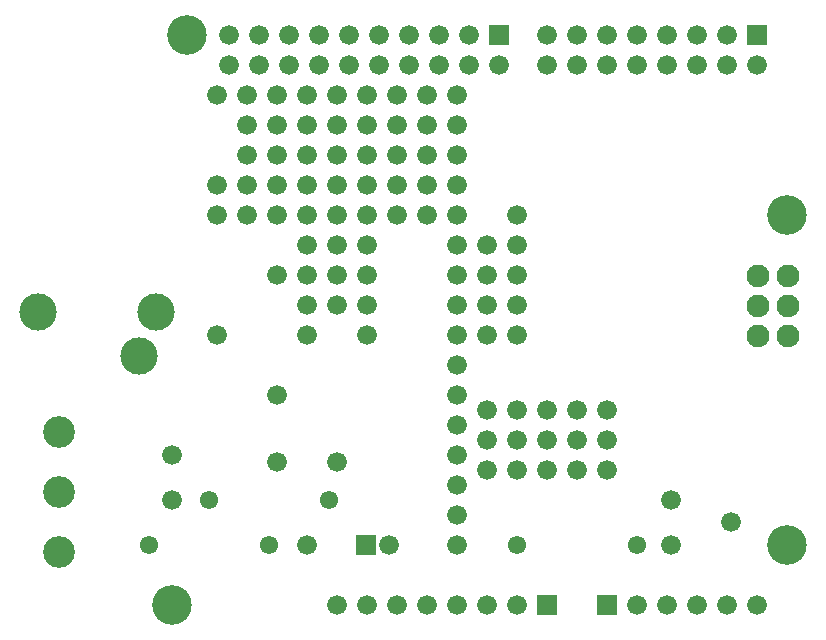
<source format=gts>
G04 Layer_Color=8388736*
%FSLAX25Y25*%
%MOIN*%
G70*
G01*
G75*
%ADD24C,0.06600*%
%ADD25C,0.06112*%
%ADD26C,0.12411*%
%ADD27C,0.07600*%
%ADD28R,0.06600X0.06600*%
%ADD29C,0.13198*%
%ADD30C,0.10600*%
D24*
X-50000Y125000D02*
D03*
X-60000D02*
D03*
X-70000D02*
D03*
X-80000D02*
D03*
X-90000D02*
D03*
X-100000D02*
D03*
X-50000Y35000D02*
D03*
Y-5000D02*
D03*
X50000Y135000D02*
D03*
X40000D02*
D03*
X30000D02*
D03*
X20000D02*
D03*
X10000D02*
D03*
X0D02*
D03*
X-10000D02*
D03*
X-20000D02*
D03*
X-36000D02*
D03*
X-46000D02*
D03*
X-56000D02*
D03*
X-66000D02*
D03*
X-76000D02*
D03*
X-86000D02*
D03*
X-96000D02*
D03*
X-106000D02*
D03*
X-116000D02*
D03*
X-126000D02*
D03*
X-120000Y95000D02*
D03*
X-110000D02*
D03*
X-100000D02*
D03*
X-90000D02*
D03*
X-120000Y105000D02*
D03*
X-110000D02*
D03*
X-100000D02*
D03*
X-90000D02*
D03*
X-100000Y65000D02*
D03*
X-90000Y65000D02*
D03*
X-100000Y-25000D02*
D03*
X-50000Y25000D02*
D03*
X-30000Y85000D02*
D03*
X-100000Y45000D02*
D03*
X-50000Y75000D02*
D03*
X-80000D02*
D03*
X-50000Y65000D02*
D03*
Y55000D02*
D03*
Y45000D02*
D03*
X-80000D02*
D03*
Y55000D02*
D03*
Y65000D02*
D03*
X-126000Y145000D02*
D03*
X-116000D02*
D03*
X-106000D02*
D03*
X-96000D02*
D03*
X-86000D02*
D03*
X-76000D02*
D03*
X-66000D02*
D03*
X-56000D02*
D03*
X-46000D02*
D03*
X30000D02*
D03*
X40000D02*
D03*
X-20000D02*
D03*
X-10000D02*
D03*
X0D02*
D03*
X10000D02*
D03*
X20000D02*
D03*
X50000Y-45000D02*
D03*
X40000D02*
D03*
X30000D02*
D03*
X20000D02*
D03*
X10000D02*
D03*
X-40000D02*
D03*
X-30000D02*
D03*
X-90000D02*
D03*
X-80000D02*
D03*
X-70000D02*
D03*
X-60000D02*
D03*
X-50000D02*
D03*
X-40000Y10000D02*
D03*
X-30000D02*
D03*
X-20000D02*
D03*
X-10000D02*
D03*
X0D02*
D03*
X-90000Y2500D02*
D03*
X-110000D02*
D03*
X-50000Y105000D02*
D03*
X-60000D02*
D03*
X-70000D02*
D03*
X-80000D02*
D03*
X-120000Y125000D02*
D03*
X-110000D02*
D03*
X-130000D02*
D03*
Y85000D02*
D03*
Y95000D02*
D03*
X-50000Y85000D02*
D03*
X-60000D02*
D03*
X-70000D02*
D03*
X-80000D02*
D03*
X-90000Y115000D02*
D03*
X-100000D02*
D03*
X-110000D02*
D03*
X-120000D02*
D03*
X-80000Y95000D02*
D03*
X-70000D02*
D03*
X-60000D02*
D03*
X-50000D02*
D03*
X-80000Y115000D02*
D03*
X-70000D02*
D03*
X-60000D02*
D03*
X-50000D02*
D03*
X-30000Y65000D02*
D03*
X-40000D02*
D03*
X-100000Y75000D02*
D03*
X-90000D02*
D03*
X-30000Y55000D02*
D03*
X-40000D02*
D03*
X-30000Y45000D02*
D03*
X-40000D02*
D03*
X-100000Y55000D02*
D03*
X-90000D02*
D03*
X-30000Y75000D02*
D03*
X-40000D02*
D03*
X-90000Y85000D02*
D03*
X-100000D02*
D03*
X-110000D02*
D03*
X-120000D02*
D03*
X-40000Y20000D02*
D03*
X-30000D02*
D03*
X-20000D02*
D03*
X-10000D02*
D03*
X0D02*
D03*
X-50000Y15000D02*
D03*
Y5000D02*
D03*
X-145000Y-10000D02*
D03*
Y5000D02*
D03*
X-50000Y-25000D02*
D03*
Y-15000D02*
D03*
X-72500Y-25000D02*
D03*
X41500Y-17500D02*
D03*
X21500Y-10000D02*
D03*
Y-25000D02*
D03*
X-110000Y25000D02*
D03*
Y65000D02*
D03*
X-130000Y45000D02*
D03*
X-40000Y0D02*
D03*
X-30000D02*
D03*
X-20000D02*
D03*
X-10000D02*
D03*
X0D02*
D03*
D25*
X-132500Y-10000D02*
D03*
X-92500D02*
D03*
X-112500Y-25000D02*
D03*
X-152500D02*
D03*
X-30000Y-25000D02*
D03*
X10000D02*
D03*
D26*
X-156000Y38000D02*
D03*
X-150094Y52567D02*
D03*
X-189465D02*
D03*
D27*
X50551Y64803D02*
D03*
X60551D02*
D03*
X50551Y54803D02*
D03*
X60551D02*
D03*
X50551Y44803D02*
D03*
X60551D02*
D03*
D28*
X-36000Y145000D02*
D03*
X50000D02*
D03*
X0Y-45000D02*
D03*
X-20000D02*
D03*
X-80374Y-25000D02*
D03*
D29*
X-140000Y145000D02*
D03*
X60000Y85000D02*
D03*
Y-25000D02*
D03*
X-145000Y-45000D02*
D03*
D30*
X-182500Y12500D02*
D03*
Y-7500D02*
D03*
Y-27500D02*
D03*
M02*

</source>
